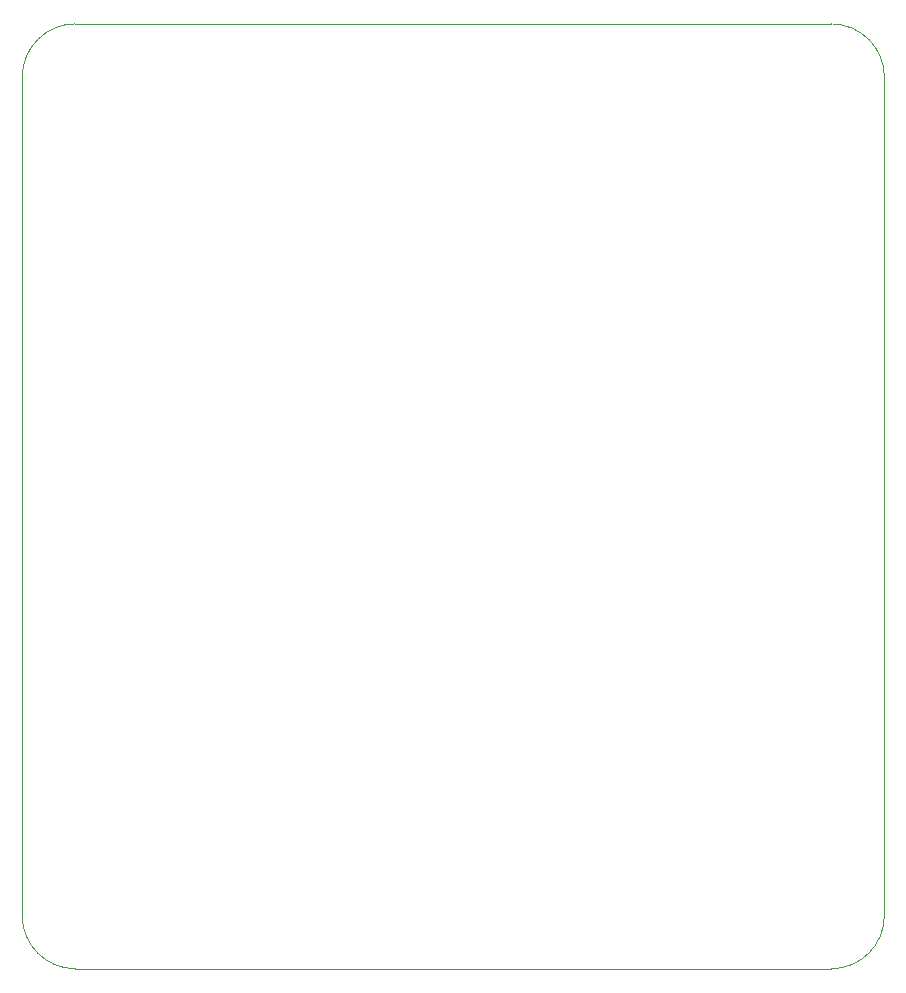
<source format=gbr>
%TF.GenerationSoftware,KiCad,Pcbnew,7.0.2-0*%
%TF.CreationDate,2024-10-30T20:34:36-04:00*%
%TF.ProjectId,motherboard,6d6f7468-6572-4626-9f61-72642e6b6963,rev?*%
%TF.SameCoordinates,Original*%
%TF.FileFunction,Profile,NP*%
%FSLAX46Y46*%
G04 Gerber Fmt 4.6, Leading zero omitted, Abs format (unit mm)*
G04 Created by KiCad (PCBNEW 7.0.2-0) date 2024-10-30 20:34:36*
%MOMM*%
%LPD*%
G01*
G04 APERTURE LIST*
%TA.AperFunction,Profile*%
%ADD10C,0.100000*%
%TD*%
G04 APERTURE END LIST*
D10*
X47000000Y-32500000D02*
G75*
G03*
X42500000Y-37000000I0J-4500000D01*
G01*
X111000000Y-112500000D02*
X47000000Y-112500000D01*
X42500000Y-108000000D02*
G75*
G03*
X47000000Y-112500000I4500000J0D01*
G01*
X47000000Y-32500000D02*
X111000000Y-32500000D01*
X115500000Y-37000000D02*
X115500000Y-108000000D01*
X111000000Y-112500000D02*
G75*
G03*
X115500000Y-108000000I0J4500000D01*
G01*
X115500000Y-37000000D02*
G75*
G03*
X111000000Y-32500000I-4500000J0D01*
G01*
X42500000Y-108000000D02*
X42500000Y-37000000D01*
M02*

</source>
